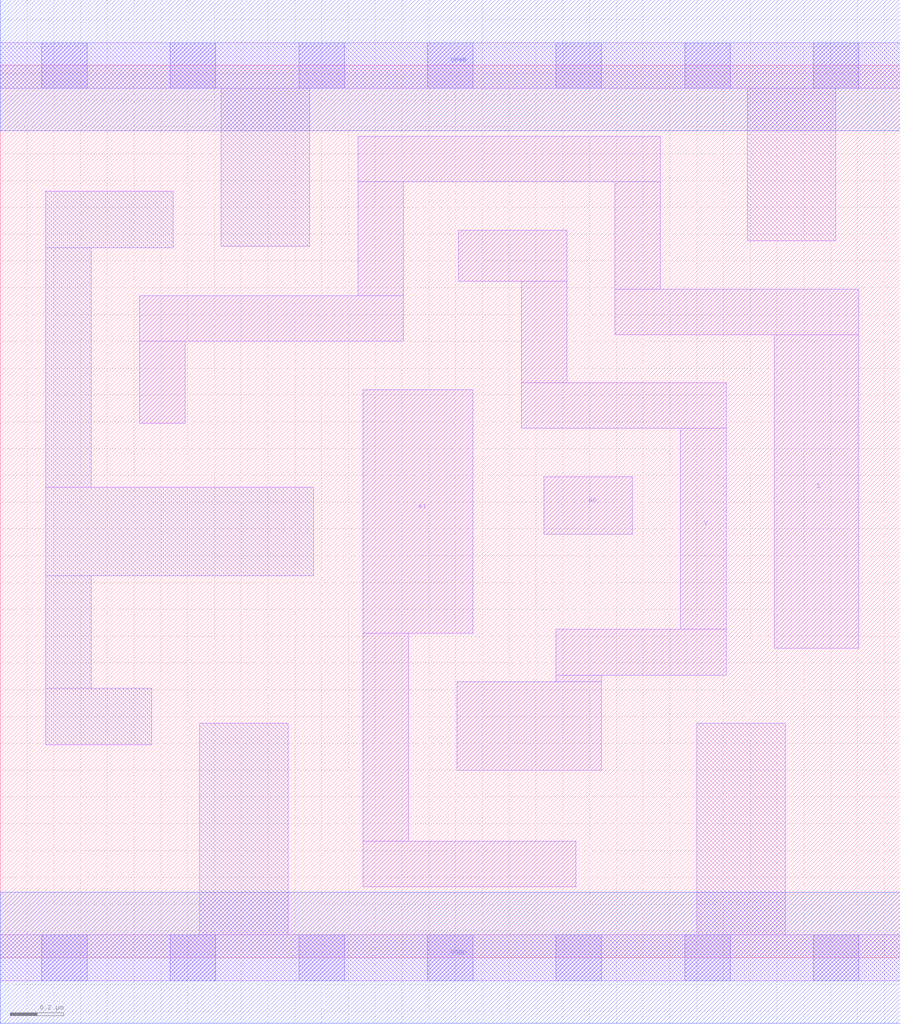
<source format=lef>
# Copyright 2020 The SkyWater PDK Authors
#
# Licensed under the Apache License, Version 2.0 (the "License");
# you may not use this file except in compliance with the License.
# You may obtain a copy of the License at
#
#     https://www.apache.org/licenses/LICENSE-2.0
#
# Unless required by applicable law or agreed to in writing, software
# distributed under the License is distributed on an "AS IS" BASIS,
# WITHOUT WARRANTIES OR CONDITIONS OF ANY KIND, either express or implied.
# See the License for the specific language governing permissions and
# limitations under the License.
#
# SPDX-License-Identifier: Apache-2.0

VERSION 5.7 ;
  NOWIREEXTENSIONATPIN ON ;
  DIVIDERCHAR "/" ;
  BUSBITCHARS "[]" ;
UNITS
  DATABASE MICRONS 200 ;
END UNITS
MACRO sky130_fd_sc_lp__mux2i_m
  CLASS CORE ;
  FOREIGN sky130_fd_sc_lp__mux2i_m ;
  ORIGIN  0.000000  0.000000 ;
  SIZE  3.360000 BY  3.330000 ;
  SYMMETRY X Y R90 ;
  SITE unit ;
  PIN A0
    ANTENNAGATEAREA  0.126000 ;
    DIRECTION INPUT ;
    USE SIGNAL ;
    PORT
      LAYER li1 ;
        RECT 2.030000 1.580000 2.360000 1.795000 ;
    END
  END A0
  PIN A1
    ANTENNAGATEAREA  0.126000 ;
    DIRECTION INPUT ;
    USE SIGNAL ;
    PORT
      LAYER li1 ;
        RECT 1.355000 0.265000 2.150000 0.435000 ;
        RECT 1.355000 0.435000 1.525000 1.210000 ;
        RECT 1.355000 1.210000 1.765000 2.120000 ;
    END
  END A1
  PIN S
    ANTENNAGATEAREA  0.252000 ;
    DIRECTION INPUT ;
    USE SIGNAL ;
    PORT
      LAYER li1 ;
        RECT 0.520000 1.995000 0.690000 2.300000 ;
        RECT 0.520000 2.300000 1.505000 2.470000 ;
        RECT 1.335000 2.470000 1.505000 2.895000 ;
        RECT 1.335000 2.895000 2.465000 3.065000 ;
        RECT 2.295000 2.325000 3.205000 2.495000 ;
        RECT 2.295000 2.495000 2.465000 2.895000 ;
        RECT 2.890000 1.155000 3.205000 2.325000 ;
    END
  END S
  PIN Y
    ANTENNADIFFAREA  0.331800 ;
    DIRECTION OUTPUT ;
    USE SIGNAL ;
    PORT
      LAYER li1 ;
        RECT 1.705000 0.700000 2.245000 1.030000 ;
        RECT 1.710000 2.525000 2.115000 2.715000 ;
        RECT 1.945000 1.975000 2.710000 2.145000 ;
        RECT 1.945000 2.145000 2.115000 2.525000 ;
        RECT 2.075000 1.030000 2.245000 1.055000 ;
        RECT 2.075000 1.055000 2.710000 1.225000 ;
        RECT 2.540000 1.225000 2.710000 1.975000 ;
    END
  END Y
  PIN VGND
    DIRECTION INOUT ;
    USE GROUND ;
    PORT
      LAYER met1 ;
        RECT 0.000000 -0.245000 3.360000 0.245000 ;
    END
  END VGND
  PIN VPWR
    DIRECTION INOUT ;
    USE POWER ;
    PORT
      LAYER met1 ;
        RECT 0.000000 3.085000 3.360000 3.575000 ;
    END
  END VPWR
  OBS
    LAYER li1 ;
      RECT 0.000000 -0.085000 3.360000 0.085000 ;
      RECT 0.000000  3.245000 3.360000 3.415000 ;
      RECT 0.170000  0.795000 0.565000 1.005000 ;
      RECT 0.170000  1.005000 0.340000 1.425000 ;
      RECT 0.170000  1.425000 1.170000 1.755000 ;
      RECT 0.170000  1.755000 0.340000 2.650000 ;
      RECT 0.170000  2.650000 0.645000 2.860000 ;
      RECT 0.745000  0.085000 1.075000 0.875000 ;
      RECT 0.825000  2.655000 1.155000 3.245000 ;
      RECT 2.600000  0.085000 2.930000 0.875000 ;
      RECT 2.790000  2.675000 3.120000 3.245000 ;
    LAYER mcon ;
      RECT 0.155000 -0.085000 0.325000 0.085000 ;
      RECT 0.155000  3.245000 0.325000 3.415000 ;
      RECT 0.635000 -0.085000 0.805000 0.085000 ;
      RECT 0.635000  3.245000 0.805000 3.415000 ;
      RECT 1.115000 -0.085000 1.285000 0.085000 ;
      RECT 1.115000  3.245000 1.285000 3.415000 ;
      RECT 1.595000 -0.085000 1.765000 0.085000 ;
      RECT 1.595000  3.245000 1.765000 3.415000 ;
      RECT 2.075000 -0.085000 2.245000 0.085000 ;
      RECT 2.075000  3.245000 2.245000 3.415000 ;
      RECT 2.555000 -0.085000 2.725000 0.085000 ;
      RECT 2.555000  3.245000 2.725000 3.415000 ;
      RECT 3.035000 -0.085000 3.205000 0.085000 ;
      RECT 3.035000  3.245000 3.205000 3.415000 ;
  END
END sky130_fd_sc_lp__mux2i_m
END LIBRARY

</source>
